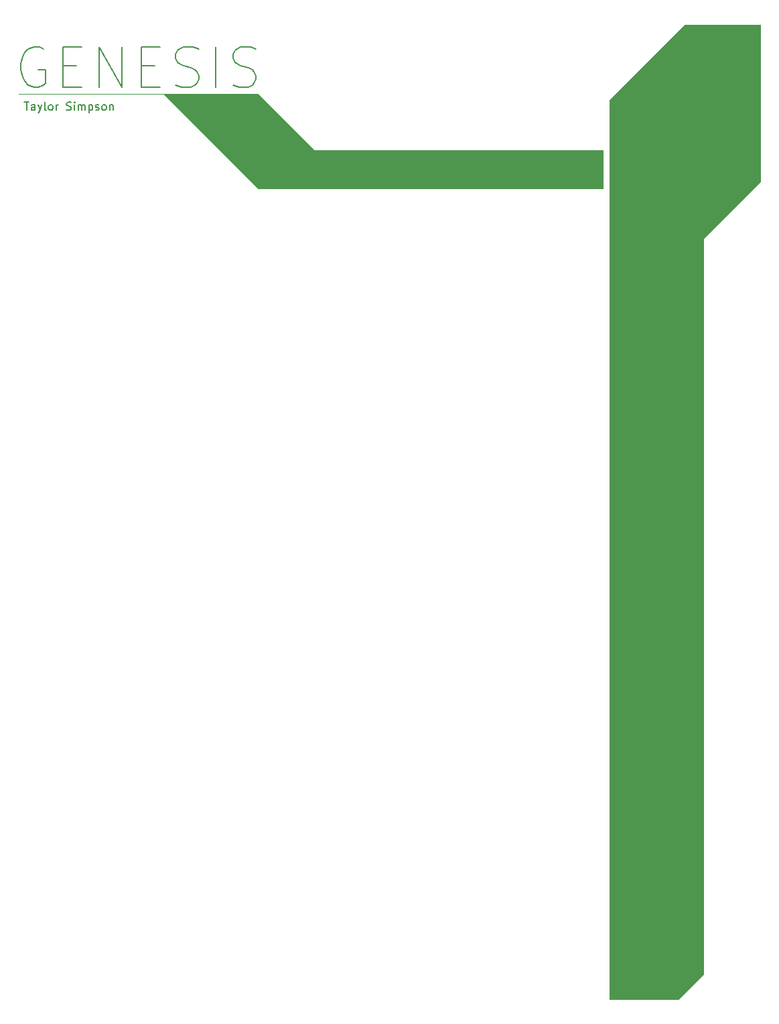
<source format=gbr>
%TF.GenerationSoftware,KiCad,Pcbnew,(5.1.9)-1*%
%TF.CreationDate,2021-04-12T01:02:27-04:00*%
%TF.ProjectId,Genesis Numpad,47656e65-7369-4732-904e-756d7061642e,rev?*%
%TF.SameCoordinates,Original*%
%TF.FileFunction,Legend,Top*%
%TF.FilePolarity,Positive*%
%FSLAX46Y46*%
G04 Gerber Fmt 4.6, Leading zero omitted, Abs format (unit mm)*
G04 Created by KiCad (PCBNEW (5.1.9)-1) date 2021-04-12 01:02:27*
%MOMM*%
%LPD*%
G01*
G04 APERTURE LIST*
%ADD10C,0.100000*%
%ADD11C,0.150000*%
%ADD12C,0.120000*%
G04 APERTURE END LIST*
D10*
G36*
X74612500Y-34925000D02*
G01*
X111125000Y-34925000D01*
X111125000Y-39687500D01*
X67468750Y-39687500D01*
X55562500Y-27781250D01*
X67468750Y-27781250D01*
X74612500Y-34925000D01*
G37*
X74612500Y-34925000D02*
X111125000Y-34925000D01*
X111125000Y-39687500D01*
X67468750Y-39687500D01*
X55562500Y-27781250D01*
X67468750Y-27781250D01*
X74612500Y-34925000D01*
G36*
X130968750Y-38893750D02*
G01*
X123825000Y-46037500D01*
X123825000Y-138906250D01*
X120650000Y-142081250D01*
X111918750Y-142081250D01*
X111918750Y-28575000D01*
X121443750Y-19050000D01*
X130968750Y-19050000D01*
X130968750Y-38893750D01*
G37*
X130968750Y-38893750D02*
X123825000Y-46037500D01*
X123825000Y-138906250D01*
X120650000Y-142081250D01*
X111918750Y-142081250D01*
X111918750Y-28575000D01*
X121443750Y-19050000D01*
X130968750Y-19050000D01*
X130968750Y-38893750D01*
D11*
X37989583Y-28821130D02*
X38561011Y-28821130D01*
X38275297Y-29821130D02*
X38275297Y-28821130D01*
X39322916Y-29821130D02*
X39322916Y-29297321D01*
X39275297Y-29202083D01*
X39180059Y-29154464D01*
X38989583Y-29154464D01*
X38894345Y-29202083D01*
X39322916Y-29773511D02*
X39227678Y-29821130D01*
X38989583Y-29821130D01*
X38894345Y-29773511D01*
X38846726Y-29678273D01*
X38846726Y-29583035D01*
X38894345Y-29487797D01*
X38989583Y-29440178D01*
X39227678Y-29440178D01*
X39322916Y-29392559D01*
X39703869Y-29154464D02*
X39941964Y-29821130D01*
X40180059Y-29154464D02*
X39941964Y-29821130D01*
X39846726Y-30059226D01*
X39799107Y-30106845D01*
X39703869Y-30154464D01*
X40703869Y-29821130D02*
X40608630Y-29773511D01*
X40561011Y-29678273D01*
X40561011Y-28821130D01*
X41227678Y-29821130D02*
X41132440Y-29773511D01*
X41084821Y-29725892D01*
X41037202Y-29630654D01*
X41037202Y-29344940D01*
X41084821Y-29249702D01*
X41132440Y-29202083D01*
X41227678Y-29154464D01*
X41370535Y-29154464D01*
X41465773Y-29202083D01*
X41513392Y-29249702D01*
X41561011Y-29344940D01*
X41561011Y-29630654D01*
X41513392Y-29725892D01*
X41465773Y-29773511D01*
X41370535Y-29821130D01*
X41227678Y-29821130D01*
X41989583Y-29821130D02*
X41989583Y-29154464D01*
X41989583Y-29344940D02*
X42037202Y-29249702D01*
X42084821Y-29202083D01*
X42180059Y-29154464D01*
X42275297Y-29154464D01*
X43322916Y-29773511D02*
X43465773Y-29821130D01*
X43703869Y-29821130D01*
X43799107Y-29773511D01*
X43846726Y-29725892D01*
X43894345Y-29630654D01*
X43894345Y-29535416D01*
X43846726Y-29440178D01*
X43799107Y-29392559D01*
X43703869Y-29344940D01*
X43513392Y-29297321D01*
X43418154Y-29249702D01*
X43370535Y-29202083D01*
X43322916Y-29106845D01*
X43322916Y-29011607D01*
X43370535Y-28916369D01*
X43418154Y-28868750D01*
X43513392Y-28821130D01*
X43751488Y-28821130D01*
X43894345Y-28868750D01*
X44322916Y-29821130D02*
X44322916Y-29154464D01*
X44322916Y-28821130D02*
X44275297Y-28868750D01*
X44322916Y-28916369D01*
X44370535Y-28868750D01*
X44322916Y-28821130D01*
X44322916Y-28916369D01*
X44799107Y-29821130D02*
X44799107Y-29154464D01*
X44799107Y-29249702D02*
X44846726Y-29202083D01*
X44941964Y-29154464D01*
X45084821Y-29154464D01*
X45180059Y-29202083D01*
X45227678Y-29297321D01*
X45227678Y-29821130D01*
X45227678Y-29297321D02*
X45275297Y-29202083D01*
X45370535Y-29154464D01*
X45513392Y-29154464D01*
X45608630Y-29202083D01*
X45656250Y-29297321D01*
X45656250Y-29821130D01*
X46132440Y-29154464D02*
X46132440Y-30154464D01*
X46132440Y-29202083D02*
X46227678Y-29154464D01*
X46418154Y-29154464D01*
X46513392Y-29202083D01*
X46561011Y-29249702D01*
X46608630Y-29344940D01*
X46608630Y-29630654D01*
X46561011Y-29725892D01*
X46513392Y-29773511D01*
X46418154Y-29821130D01*
X46227678Y-29821130D01*
X46132440Y-29773511D01*
X46989583Y-29773511D02*
X47084821Y-29821130D01*
X47275297Y-29821130D01*
X47370535Y-29773511D01*
X47418154Y-29678273D01*
X47418154Y-29630654D01*
X47370535Y-29535416D01*
X47275297Y-29487797D01*
X47132440Y-29487797D01*
X47037202Y-29440178D01*
X46989583Y-29344940D01*
X46989583Y-29297321D01*
X47037202Y-29202083D01*
X47132440Y-29154464D01*
X47275297Y-29154464D01*
X47370535Y-29202083D01*
X47989583Y-29821130D02*
X47894345Y-29773511D01*
X47846726Y-29725892D01*
X47799107Y-29630654D01*
X47799107Y-29344940D01*
X47846726Y-29249702D01*
X47894345Y-29202083D01*
X47989583Y-29154464D01*
X48132440Y-29154464D01*
X48227678Y-29202083D01*
X48275297Y-29249702D01*
X48322916Y-29344940D01*
X48322916Y-29630654D01*
X48275297Y-29725892D01*
X48227678Y-29773511D01*
X48132440Y-29821130D01*
X47989583Y-29821130D01*
X48751488Y-29154464D02*
X48751488Y-29821130D01*
X48751488Y-29249702D02*
X48799107Y-29202083D01*
X48894345Y-29154464D01*
X49037202Y-29154464D01*
X49132440Y-29202083D01*
X49180059Y-29297321D01*
X49180059Y-29821130D01*
D12*
X37306250Y-27781250D02*
X67468750Y-27781250D01*
D11*
X40413214Y-22066250D02*
X39929404Y-21824345D01*
X39203690Y-21824345D01*
X38477976Y-22066250D01*
X37994166Y-22550059D01*
X37752261Y-23033869D01*
X37510357Y-24001488D01*
X37510357Y-24727202D01*
X37752261Y-25694821D01*
X37994166Y-26178630D01*
X38477976Y-26662440D01*
X39203690Y-26904345D01*
X39687500Y-26904345D01*
X40413214Y-26662440D01*
X40655119Y-26420535D01*
X40655119Y-24727202D01*
X39687500Y-24727202D01*
X42832261Y-24243392D02*
X44525595Y-24243392D01*
X45251309Y-26904345D02*
X42832261Y-26904345D01*
X42832261Y-21824345D01*
X45251309Y-21824345D01*
X47428452Y-26904345D02*
X47428452Y-21824345D01*
X50331309Y-26904345D01*
X50331309Y-21824345D01*
X52750357Y-24243392D02*
X54443690Y-24243392D01*
X55169404Y-26904345D02*
X52750357Y-26904345D01*
X52750357Y-21824345D01*
X55169404Y-21824345D01*
X57104642Y-26662440D02*
X57830357Y-26904345D01*
X59039880Y-26904345D01*
X59523690Y-26662440D01*
X59765595Y-26420535D01*
X60007500Y-25936726D01*
X60007500Y-25452916D01*
X59765595Y-24969107D01*
X59523690Y-24727202D01*
X59039880Y-24485297D01*
X58072261Y-24243392D01*
X57588452Y-24001488D01*
X57346547Y-23759583D01*
X57104642Y-23275773D01*
X57104642Y-22791964D01*
X57346547Y-22308154D01*
X57588452Y-22066250D01*
X58072261Y-21824345D01*
X59281785Y-21824345D01*
X60007500Y-22066250D01*
X62184642Y-26904345D02*
X62184642Y-21824345D01*
X64361785Y-26662440D02*
X65087500Y-26904345D01*
X66297023Y-26904345D01*
X66780833Y-26662440D01*
X67022738Y-26420535D01*
X67264642Y-25936726D01*
X67264642Y-25452916D01*
X67022738Y-24969107D01*
X66780833Y-24727202D01*
X66297023Y-24485297D01*
X65329404Y-24243392D01*
X64845595Y-24001488D01*
X64603690Y-23759583D01*
X64361785Y-23275773D01*
X64361785Y-22791964D01*
X64603690Y-22308154D01*
X64845595Y-22066250D01*
X65329404Y-21824345D01*
X66538928Y-21824345D01*
X67264642Y-22066250D01*
D12*
%TO.C,D20*%
X116550000Y-130381250D02*
X116550000Y-128381250D01*
X116550000Y-128381250D02*
X112650000Y-128381250D01*
X116550000Y-130381250D02*
X112650000Y-130381250D01*
%TO.C,D19*%
X116550000Y-111331250D02*
X116550000Y-109331250D01*
X116550000Y-109331250D02*
X112650000Y-109331250D01*
X116550000Y-111331250D02*
X112650000Y-111331250D01*
%TO.C,D18*%
X116550000Y-92281250D02*
X116550000Y-90281250D01*
X116550000Y-90281250D02*
X112650000Y-90281250D01*
X116550000Y-92281250D02*
X112650000Y-92281250D01*
%TO.C,D17*%
X116550000Y-73231250D02*
X116550000Y-71231250D01*
X116550000Y-71231250D02*
X112650000Y-71231250D01*
X116550000Y-73231250D02*
X112650000Y-73231250D01*
%TO.C,D16*%
X116550000Y-54181250D02*
X116550000Y-52181250D01*
X116550000Y-52181250D02*
X112650000Y-52181250D01*
X116550000Y-54181250D02*
X112650000Y-54181250D01*
%TO.C,D15*%
X118931250Y-132762500D02*
X118931250Y-130762500D01*
X118931250Y-130762500D02*
X115031250Y-130762500D01*
X118931250Y-132762500D02*
X115031250Y-132762500D01*
%TO.C,D14*%
X118931250Y-113712500D02*
X118931250Y-111712500D01*
X118931250Y-111712500D02*
X115031250Y-111712500D01*
X118931250Y-113712500D02*
X115031250Y-113712500D01*
%TO.C,D13*%
X118931250Y-94662500D02*
X118931250Y-92662500D01*
X118931250Y-92662500D02*
X115031250Y-92662500D01*
X118931250Y-94662500D02*
X115031250Y-94662500D01*
%TO.C,D12*%
X118931250Y-75612500D02*
X118931250Y-73612500D01*
X118931250Y-73612500D02*
X115031250Y-73612500D01*
X118931250Y-75612500D02*
X115031250Y-75612500D01*
%TO.C,D11*%
X118931250Y-56562500D02*
X118931250Y-54562500D01*
X118931250Y-54562500D02*
X115031250Y-54562500D01*
X118931250Y-56562500D02*
X115031250Y-56562500D01*
%TO.C,D10*%
X121312500Y-135143750D02*
X121312500Y-133143750D01*
X121312500Y-133143750D02*
X117412500Y-133143750D01*
X121312500Y-135143750D02*
X117412500Y-135143750D01*
%TO.C,D9*%
X121312500Y-116093750D02*
X121312500Y-114093750D01*
X121312500Y-114093750D02*
X117412500Y-114093750D01*
X121312500Y-116093750D02*
X117412500Y-116093750D01*
%TO.C,D8*%
X121312500Y-97043750D02*
X121312500Y-95043750D01*
X121312500Y-95043750D02*
X117412500Y-95043750D01*
X121312500Y-97043750D02*
X117412500Y-97043750D01*
%TO.C,D7*%
X121312500Y-77993750D02*
X121312500Y-75993750D01*
X121312500Y-75993750D02*
X117412500Y-75993750D01*
X121312500Y-77993750D02*
X117412500Y-77993750D01*
%TO.C,D6*%
X121312500Y-58943750D02*
X121312500Y-56943750D01*
X121312500Y-56943750D02*
X117412500Y-56943750D01*
X121312500Y-58943750D02*
X117412500Y-58943750D01*
%TO.C,D5*%
X123693750Y-137525000D02*
X123693750Y-135525000D01*
X123693750Y-135525000D02*
X119793750Y-135525000D01*
X123693750Y-137525000D02*
X119793750Y-137525000D01*
%TO.C,D4*%
X123693750Y-118475000D02*
X123693750Y-116475000D01*
X123693750Y-116475000D02*
X119793750Y-116475000D01*
X123693750Y-118475000D02*
X119793750Y-118475000D01*
%TO.C,D3*%
X123693750Y-99425000D02*
X123693750Y-97425000D01*
X123693750Y-97425000D02*
X119793750Y-97425000D01*
X123693750Y-99425000D02*
X119793750Y-99425000D01*
%TO.C,D2*%
X123693750Y-80375000D02*
X123693750Y-78375000D01*
X123693750Y-78375000D02*
X119793750Y-78375000D01*
X123693750Y-80375000D02*
X119793750Y-80375000D01*
%TO.C,D1*%
X123693750Y-61325000D02*
X123693750Y-59325000D01*
X123693750Y-59325000D02*
X119793750Y-59325000D01*
X123693750Y-61325000D02*
X119793750Y-61325000D01*
%TO.C,D20*%
D11*
X113085714Y-131833630D02*
X113085714Y-130833630D01*
X113323809Y-130833630D01*
X113466666Y-130881250D01*
X113561904Y-130976488D01*
X113609523Y-131071726D01*
X113657142Y-131262202D01*
X113657142Y-131405059D01*
X113609523Y-131595535D01*
X113561904Y-131690773D01*
X113466666Y-131786011D01*
X113323809Y-131833630D01*
X113085714Y-131833630D01*
X114038095Y-130928869D02*
X114085714Y-130881250D01*
X114180952Y-130833630D01*
X114419047Y-130833630D01*
X114514285Y-130881250D01*
X114561904Y-130928869D01*
X114609523Y-131024107D01*
X114609523Y-131119345D01*
X114561904Y-131262202D01*
X113990476Y-131833630D01*
X114609523Y-131833630D01*
X115228571Y-130833630D02*
X115323809Y-130833630D01*
X115419047Y-130881250D01*
X115466666Y-130928869D01*
X115514285Y-131024107D01*
X115561904Y-131214583D01*
X115561904Y-131452678D01*
X115514285Y-131643154D01*
X115466666Y-131738392D01*
X115419047Y-131786011D01*
X115323809Y-131833630D01*
X115228571Y-131833630D01*
X115133333Y-131786011D01*
X115085714Y-131738392D01*
X115038095Y-131643154D01*
X114990476Y-131452678D01*
X114990476Y-131214583D01*
X115038095Y-131024107D01*
X115085714Y-130928869D01*
X115133333Y-130881250D01*
X115228571Y-130833630D01*
%TO.C,D19*%
X113085714Y-112783630D02*
X113085714Y-111783630D01*
X113323809Y-111783630D01*
X113466666Y-111831250D01*
X113561904Y-111926488D01*
X113609523Y-112021726D01*
X113657142Y-112212202D01*
X113657142Y-112355059D01*
X113609523Y-112545535D01*
X113561904Y-112640773D01*
X113466666Y-112736011D01*
X113323809Y-112783630D01*
X113085714Y-112783630D01*
X114609523Y-112783630D02*
X114038095Y-112783630D01*
X114323809Y-112783630D02*
X114323809Y-111783630D01*
X114228571Y-111926488D01*
X114133333Y-112021726D01*
X114038095Y-112069345D01*
X115085714Y-112783630D02*
X115276190Y-112783630D01*
X115371428Y-112736011D01*
X115419047Y-112688392D01*
X115514285Y-112545535D01*
X115561904Y-112355059D01*
X115561904Y-111974107D01*
X115514285Y-111878869D01*
X115466666Y-111831250D01*
X115371428Y-111783630D01*
X115180952Y-111783630D01*
X115085714Y-111831250D01*
X115038095Y-111878869D01*
X114990476Y-111974107D01*
X114990476Y-112212202D01*
X115038095Y-112307440D01*
X115085714Y-112355059D01*
X115180952Y-112402678D01*
X115371428Y-112402678D01*
X115466666Y-112355059D01*
X115514285Y-112307440D01*
X115561904Y-112212202D01*
%TO.C,D18*%
X113085714Y-93733630D02*
X113085714Y-92733630D01*
X113323809Y-92733630D01*
X113466666Y-92781250D01*
X113561904Y-92876488D01*
X113609523Y-92971726D01*
X113657142Y-93162202D01*
X113657142Y-93305059D01*
X113609523Y-93495535D01*
X113561904Y-93590773D01*
X113466666Y-93686011D01*
X113323809Y-93733630D01*
X113085714Y-93733630D01*
X114609523Y-93733630D02*
X114038095Y-93733630D01*
X114323809Y-93733630D02*
X114323809Y-92733630D01*
X114228571Y-92876488D01*
X114133333Y-92971726D01*
X114038095Y-93019345D01*
X115180952Y-93162202D02*
X115085714Y-93114583D01*
X115038095Y-93066964D01*
X114990476Y-92971726D01*
X114990476Y-92924107D01*
X115038095Y-92828869D01*
X115085714Y-92781250D01*
X115180952Y-92733630D01*
X115371428Y-92733630D01*
X115466666Y-92781250D01*
X115514285Y-92828869D01*
X115561904Y-92924107D01*
X115561904Y-92971726D01*
X115514285Y-93066964D01*
X115466666Y-93114583D01*
X115371428Y-93162202D01*
X115180952Y-93162202D01*
X115085714Y-93209821D01*
X115038095Y-93257440D01*
X114990476Y-93352678D01*
X114990476Y-93543154D01*
X115038095Y-93638392D01*
X115085714Y-93686011D01*
X115180952Y-93733630D01*
X115371428Y-93733630D01*
X115466666Y-93686011D01*
X115514285Y-93638392D01*
X115561904Y-93543154D01*
X115561904Y-93352678D01*
X115514285Y-93257440D01*
X115466666Y-93209821D01*
X115371428Y-93162202D01*
%TO.C,D17*%
X113085714Y-74683630D02*
X113085714Y-73683630D01*
X113323809Y-73683630D01*
X113466666Y-73731250D01*
X113561904Y-73826488D01*
X113609523Y-73921726D01*
X113657142Y-74112202D01*
X113657142Y-74255059D01*
X113609523Y-74445535D01*
X113561904Y-74540773D01*
X113466666Y-74636011D01*
X113323809Y-74683630D01*
X113085714Y-74683630D01*
X114609523Y-74683630D02*
X114038095Y-74683630D01*
X114323809Y-74683630D02*
X114323809Y-73683630D01*
X114228571Y-73826488D01*
X114133333Y-73921726D01*
X114038095Y-73969345D01*
X114942857Y-73683630D02*
X115609523Y-73683630D01*
X115180952Y-74683630D01*
%TO.C,D16*%
X113085714Y-55633630D02*
X113085714Y-54633630D01*
X113323809Y-54633630D01*
X113466666Y-54681250D01*
X113561904Y-54776488D01*
X113609523Y-54871726D01*
X113657142Y-55062202D01*
X113657142Y-55205059D01*
X113609523Y-55395535D01*
X113561904Y-55490773D01*
X113466666Y-55586011D01*
X113323809Y-55633630D01*
X113085714Y-55633630D01*
X114609523Y-55633630D02*
X114038095Y-55633630D01*
X114323809Y-55633630D02*
X114323809Y-54633630D01*
X114228571Y-54776488D01*
X114133333Y-54871726D01*
X114038095Y-54919345D01*
X115466666Y-54633630D02*
X115276190Y-54633630D01*
X115180952Y-54681250D01*
X115133333Y-54728869D01*
X115038095Y-54871726D01*
X114990476Y-55062202D01*
X114990476Y-55443154D01*
X115038095Y-55538392D01*
X115085714Y-55586011D01*
X115180952Y-55633630D01*
X115371428Y-55633630D01*
X115466666Y-55586011D01*
X115514285Y-55538392D01*
X115561904Y-55443154D01*
X115561904Y-55205059D01*
X115514285Y-55109821D01*
X115466666Y-55062202D01*
X115371428Y-55014583D01*
X115180952Y-55014583D01*
X115085714Y-55062202D01*
X115038095Y-55109821D01*
X114990476Y-55205059D01*
%TO.C,D15*%
X115466964Y-134214880D02*
X115466964Y-133214880D01*
X115705059Y-133214880D01*
X115847916Y-133262500D01*
X115943154Y-133357738D01*
X115990773Y-133452976D01*
X116038392Y-133643452D01*
X116038392Y-133786309D01*
X115990773Y-133976785D01*
X115943154Y-134072023D01*
X115847916Y-134167261D01*
X115705059Y-134214880D01*
X115466964Y-134214880D01*
X116990773Y-134214880D02*
X116419345Y-134214880D01*
X116705059Y-134214880D02*
X116705059Y-133214880D01*
X116609821Y-133357738D01*
X116514583Y-133452976D01*
X116419345Y-133500595D01*
X117895535Y-133214880D02*
X117419345Y-133214880D01*
X117371726Y-133691071D01*
X117419345Y-133643452D01*
X117514583Y-133595833D01*
X117752678Y-133595833D01*
X117847916Y-133643452D01*
X117895535Y-133691071D01*
X117943154Y-133786309D01*
X117943154Y-134024404D01*
X117895535Y-134119642D01*
X117847916Y-134167261D01*
X117752678Y-134214880D01*
X117514583Y-134214880D01*
X117419345Y-134167261D01*
X117371726Y-134119642D01*
%TO.C,D14*%
X115466964Y-115164880D02*
X115466964Y-114164880D01*
X115705059Y-114164880D01*
X115847916Y-114212500D01*
X115943154Y-114307738D01*
X115990773Y-114402976D01*
X116038392Y-114593452D01*
X116038392Y-114736309D01*
X115990773Y-114926785D01*
X115943154Y-115022023D01*
X115847916Y-115117261D01*
X115705059Y-115164880D01*
X115466964Y-115164880D01*
X116990773Y-115164880D02*
X116419345Y-115164880D01*
X116705059Y-115164880D02*
X116705059Y-114164880D01*
X116609821Y-114307738D01*
X116514583Y-114402976D01*
X116419345Y-114450595D01*
X117847916Y-114498214D02*
X117847916Y-115164880D01*
X117609821Y-114117261D02*
X117371726Y-114831547D01*
X117990773Y-114831547D01*
%TO.C,D13*%
X115466964Y-96114880D02*
X115466964Y-95114880D01*
X115705059Y-95114880D01*
X115847916Y-95162500D01*
X115943154Y-95257738D01*
X115990773Y-95352976D01*
X116038392Y-95543452D01*
X116038392Y-95686309D01*
X115990773Y-95876785D01*
X115943154Y-95972023D01*
X115847916Y-96067261D01*
X115705059Y-96114880D01*
X115466964Y-96114880D01*
X116990773Y-96114880D02*
X116419345Y-96114880D01*
X116705059Y-96114880D02*
X116705059Y-95114880D01*
X116609821Y-95257738D01*
X116514583Y-95352976D01*
X116419345Y-95400595D01*
X117324107Y-95114880D02*
X117943154Y-95114880D01*
X117609821Y-95495833D01*
X117752678Y-95495833D01*
X117847916Y-95543452D01*
X117895535Y-95591071D01*
X117943154Y-95686309D01*
X117943154Y-95924404D01*
X117895535Y-96019642D01*
X117847916Y-96067261D01*
X117752678Y-96114880D01*
X117466964Y-96114880D01*
X117371726Y-96067261D01*
X117324107Y-96019642D01*
%TO.C,D12*%
X115466964Y-77064880D02*
X115466964Y-76064880D01*
X115705059Y-76064880D01*
X115847916Y-76112500D01*
X115943154Y-76207738D01*
X115990773Y-76302976D01*
X116038392Y-76493452D01*
X116038392Y-76636309D01*
X115990773Y-76826785D01*
X115943154Y-76922023D01*
X115847916Y-77017261D01*
X115705059Y-77064880D01*
X115466964Y-77064880D01*
X116990773Y-77064880D02*
X116419345Y-77064880D01*
X116705059Y-77064880D02*
X116705059Y-76064880D01*
X116609821Y-76207738D01*
X116514583Y-76302976D01*
X116419345Y-76350595D01*
X117371726Y-76160119D02*
X117419345Y-76112500D01*
X117514583Y-76064880D01*
X117752678Y-76064880D01*
X117847916Y-76112500D01*
X117895535Y-76160119D01*
X117943154Y-76255357D01*
X117943154Y-76350595D01*
X117895535Y-76493452D01*
X117324107Y-77064880D01*
X117943154Y-77064880D01*
%TO.C,D11*%
X115466964Y-58014880D02*
X115466964Y-57014880D01*
X115705059Y-57014880D01*
X115847916Y-57062500D01*
X115943154Y-57157738D01*
X115990773Y-57252976D01*
X116038392Y-57443452D01*
X116038392Y-57586309D01*
X115990773Y-57776785D01*
X115943154Y-57872023D01*
X115847916Y-57967261D01*
X115705059Y-58014880D01*
X115466964Y-58014880D01*
X116990773Y-58014880D02*
X116419345Y-58014880D01*
X116705059Y-58014880D02*
X116705059Y-57014880D01*
X116609821Y-57157738D01*
X116514583Y-57252976D01*
X116419345Y-57300595D01*
X117943154Y-58014880D02*
X117371726Y-58014880D01*
X117657440Y-58014880D02*
X117657440Y-57014880D01*
X117562202Y-57157738D01*
X117466964Y-57252976D01*
X117371726Y-57300595D01*
%TO.C,D10*%
X117848214Y-136596130D02*
X117848214Y-135596130D01*
X118086309Y-135596130D01*
X118229166Y-135643750D01*
X118324404Y-135738988D01*
X118372023Y-135834226D01*
X118419642Y-136024702D01*
X118419642Y-136167559D01*
X118372023Y-136358035D01*
X118324404Y-136453273D01*
X118229166Y-136548511D01*
X118086309Y-136596130D01*
X117848214Y-136596130D01*
X119372023Y-136596130D02*
X118800595Y-136596130D01*
X119086309Y-136596130D02*
X119086309Y-135596130D01*
X118991071Y-135738988D01*
X118895833Y-135834226D01*
X118800595Y-135881845D01*
X119991071Y-135596130D02*
X120086309Y-135596130D01*
X120181547Y-135643750D01*
X120229166Y-135691369D01*
X120276785Y-135786607D01*
X120324404Y-135977083D01*
X120324404Y-136215178D01*
X120276785Y-136405654D01*
X120229166Y-136500892D01*
X120181547Y-136548511D01*
X120086309Y-136596130D01*
X119991071Y-136596130D01*
X119895833Y-136548511D01*
X119848214Y-136500892D01*
X119800595Y-136405654D01*
X119752976Y-136215178D01*
X119752976Y-135977083D01*
X119800595Y-135786607D01*
X119848214Y-135691369D01*
X119895833Y-135643750D01*
X119991071Y-135596130D01*
%TO.C,D9*%
X118324404Y-117546130D02*
X118324404Y-116546130D01*
X118562500Y-116546130D01*
X118705357Y-116593750D01*
X118800595Y-116688988D01*
X118848214Y-116784226D01*
X118895833Y-116974702D01*
X118895833Y-117117559D01*
X118848214Y-117308035D01*
X118800595Y-117403273D01*
X118705357Y-117498511D01*
X118562500Y-117546130D01*
X118324404Y-117546130D01*
X119372023Y-117546130D02*
X119562500Y-117546130D01*
X119657738Y-117498511D01*
X119705357Y-117450892D01*
X119800595Y-117308035D01*
X119848214Y-117117559D01*
X119848214Y-116736607D01*
X119800595Y-116641369D01*
X119752976Y-116593750D01*
X119657738Y-116546130D01*
X119467261Y-116546130D01*
X119372023Y-116593750D01*
X119324404Y-116641369D01*
X119276785Y-116736607D01*
X119276785Y-116974702D01*
X119324404Y-117069940D01*
X119372023Y-117117559D01*
X119467261Y-117165178D01*
X119657738Y-117165178D01*
X119752976Y-117117559D01*
X119800595Y-117069940D01*
X119848214Y-116974702D01*
%TO.C,D8*%
X118324404Y-98496130D02*
X118324404Y-97496130D01*
X118562500Y-97496130D01*
X118705357Y-97543750D01*
X118800595Y-97638988D01*
X118848214Y-97734226D01*
X118895833Y-97924702D01*
X118895833Y-98067559D01*
X118848214Y-98258035D01*
X118800595Y-98353273D01*
X118705357Y-98448511D01*
X118562500Y-98496130D01*
X118324404Y-98496130D01*
X119467261Y-97924702D02*
X119372023Y-97877083D01*
X119324404Y-97829464D01*
X119276785Y-97734226D01*
X119276785Y-97686607D01*
X119324404Y-97591369D01*
X119372023Y-97543750D01*
X119467261Y-97496130D01*
X119657738Y-97496130D01*
X119752976Y-97543750D01*
X119800595Y-97591369D01*
X119848214Y-97686607D01*
X119848214Y-97734226D01*
X119800595Y-97829464D01*
X119752976Y-97877083D01*
X119657738Y-97924702D01*
X119467261Y-97924702D01*
X119372023Y-97972321D01*
X119324404Y-98019940D01*
X119276785Y-98115178D01*
X119276785Y-98305654D01*
X119324404Y-98400892D01*
X119372023Y-98448511D01*
X119467261Y-98496130D01*
X119657738Y-98496130D01*
X119752976Y-98448511D01*
X119800595Y-98400892D01*
X119848214Y-98305654D01*
X119848214Y-98115178D01*
X119800595Y-98019940D01*
X119752976Y-97972321D01*
X119657738Y-97924702D01*
%TO.C,D7*%
X118324404Y-79446130D02*
X118324404Y-78446130D01*
X118562500Y-78446130D01*
X118705357Y-78493750D01*
X118800595Y-78588988D01*
X118848214Y-78684226D01*
X118895833Y-78874702D01*
X118895833Y-79017559D01*
X118848214Y-79208035D01*
X118800595Y-79303273D01*
X118705357Y-79398511D01*
X118562500Y-79446130D01*
X118324404Y-79446130D01*
X119229166Y-78446130D02*
X119895833Y-78446130D01*
X119467261Y-79446130D01*
%TO.C,D6*%
X118324404Y-60396130D02*
X118324404Y-59396130D01*
X118562500Y-59396130D01*
X118705357Y-59443750D01*
X118800595Y-59538988D01*
X118848214Y-59634226D01*
X118895833Y-59824702D01*
X118895833Y-59967559D01*
X118848214Y-60158035D01*
X118800595Y-60253273D01*
X118705357Y-60348511D01*
X118562500Y-60396130D01*
X118324404Y-60396130D01*
X119752976Y-59396130D02*
X119562500Y-59396130D01*
X119467261Y-59443750D01*
X119419642Y-59491369D01*
X119324404Y-59634226D01*
X119276785Y-59824702D01*
X119276785Y-60205654D01*
X119324404Y-60300892D01*
X119372023Y-60348511D01*
X119467261Y-60396130D01*
X119657738Y-60396130D01*
X119752976Y-60348511D01*
X119800595Y-60300892D01*
X119848214Y-60205654D01*
X119848214Y-59967559D01*
X119800595Y-59872321D01*
X119752976Y-59824702D01*
X119657738Y-59777083D01*
X119467261Y-59777083D01*
X119372023Y-59824702D01*
X119324404Y-59872321D01*
X119276785Y-59967559D01*
%TO.C,D5*%
X120705654Y-138977380D02*
X120705654Y-137977380D01*
X120943750Y-137977380D01*
X121086607Y-138025000D01*
X121181845Y-138120238D01*
X121229464Y-138215476D01*
X121277083Y-138405952D01*
X121277083Y-138548809D01*
X121229464Y-138739285D01*
X121181845Y-138834523D01*
X121086607Y-138929761D01*
X120943750Y-138977380D01*
X120705654Y-138977380D01*
X122181845Y-137977380D02*
X121705654Y-137977380D01*
X121658035Y-138453571D01*
X121705654Y-138405952D01*
X121800892Y-138358333D01*
X122038988Y-138358333D01*
X122134226Y-138405952D01*
X122181845Y-138453571D01*
X122229464Y-138548809D01*
X122229464Y-138786904D01*
X122181845Y-138882142D01*
X122134226Y-138929761D01*
X122038988Y-138977380D01*
X121800892Y-138977380D01*
X121705654Y-138929761D01*
X121658035Y-138882142D01*
%TO.C,D4*%
X120705654Y-119927380D02*
X120705654Y-118927380D01*
X120943750Y-118927380D01*
X121086607Y-118975000D01*
X121181845Y-119070238D01*
X121229464Y-119165476D01*
X121277083Y-119355952D01*
X121277083Y-119498809D01*
X121229464Y-119689285D01*
X121181845Y-119784523D01*
X121086607Y-119879761D01*
X120943750Y-119927380D01*
X120705654Y-119927380D01*
X122134226Y-119260714D02*
X122134226Y-119927380D01*
X121896130Y-118879761D02*
X121658035Y-119594047D01*
X122277083Y-119594047D01*
%TO.C,D3*%
X120705654Y-100877380D02*
X120705654Y-99877380D01*
X120943750Y-99877380D01*
X121086607Y-99925000D01*
X121181845Y-100020238D01*
X121229464Y-100115476D01*
X121277083Y-100305952D01*
X121277083Y-100448809D01*
X121229464Y-100639285D01*
X121181845Y-100734523D01*
X121086607Y-100829761D01*
X120943750Y-100877380D01*
X120705654Y-100877380D01*
X121610416Y-99877380D02*
X122229464Y-99877380D01*
X121896130Y-100258333D01*
X122038988Y-100258333D01*
X122134226Y-100305952D01*
X122181845Y-100353571D01*
X122229464Y-100448809D01*
X122229464Y-100686904D01*
X122181845Y-100782142D01*
X122134226Y-100829761D01*
X122038988Y-100877380D01*
X121753273Y-100877380D01*
X121658035Y-100829761D01*
X121610416Y-100782142D01*
%TO.C,D2*%
X120705654Y-81827380D02*
X120705654Y-80827380D01*
X120943750Y-80827380D01*
X121086607Y-80875000D01*
X121181845Y-80970238D01*
X121229464Y-81065476D01*
X121277083Y-81255952D01*
X121277083Y-81398809D01*
X121229464Y-81589285D01*
X121181845Y-81684523D01*
X121086607Y-81779761D01*
X120943750Y-81827380D01*
X120705654Y-81827380D01*
X121658035Y-80922619D02*
X121705654Y-80875000D01*
X121800892Y-80827380D01*
X122038988Y-80827380D01*
X122134226Y-80875000D01*
X122181845Y-80922619D01*
X122229464Y-81017857D01*
X122229464Y-81113095D01*
X122181845Y-81255952D01*
X121610416Y-81827380D01*
X122229464Y-81827380D01*
%TO.C,D1*%
X120705654Y-62777380D02*
X120705654Y-61777380D01*
X120943750Y-61777380D01*
X121086607Y-61825000D01*
X121181845Y-61920238D01*
X121229464Y-62015476D01*
X121277083Y-62205952D01*
X121277083Y-62348809D01*
X121229464Y-62539285D01*
X121181845Y-62634523D01*
X121086607Y-62729761D01*
X120943750Y-62777380D01*
X120705654Y-62777380D01*
X122229464Y-62777380D02*
X121658035Y-62777380D01*
X121943750Y-62777380D02*
X121943750Y-61777380D01*
X121848511Y-61920238D01*
X121753273Y-62015476D01*
X121658035Y-62063095D01*
%TD*%
M02*

</source>
